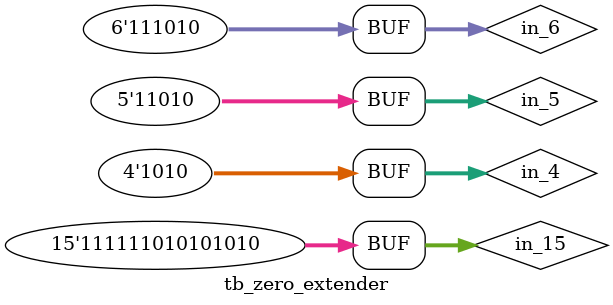
<source format=v>
`timescale 1ns / 1ps

module tb_zero_extender();
    reg [3:0] in_4 = 4'b1010;
    wire [15:0] out_4;
    reg [4:0] in_5 = 5'b11010;
    wire [15:0] out_5;
    reg [5:0] in_6 = 6'b111010;
    wire [15:0] out_6;
    reg [14:0] in_15 = 15'b111111010101010;
    wire [15:0] out_15;
    zero_extender #(4) dut4 (.in(in_4), .out(out_4));
    zero_extender #(5) dut5 (.in(in_5), .out(out_5));
    zero_extender #(6) dut6 (.in(in_6), .out(out_6));
    zero_extender #(15) dut15 (.in(in_15), .out(out_15));
    initial begin
        #1; // wait for period 
    end
endmodule

</source>
